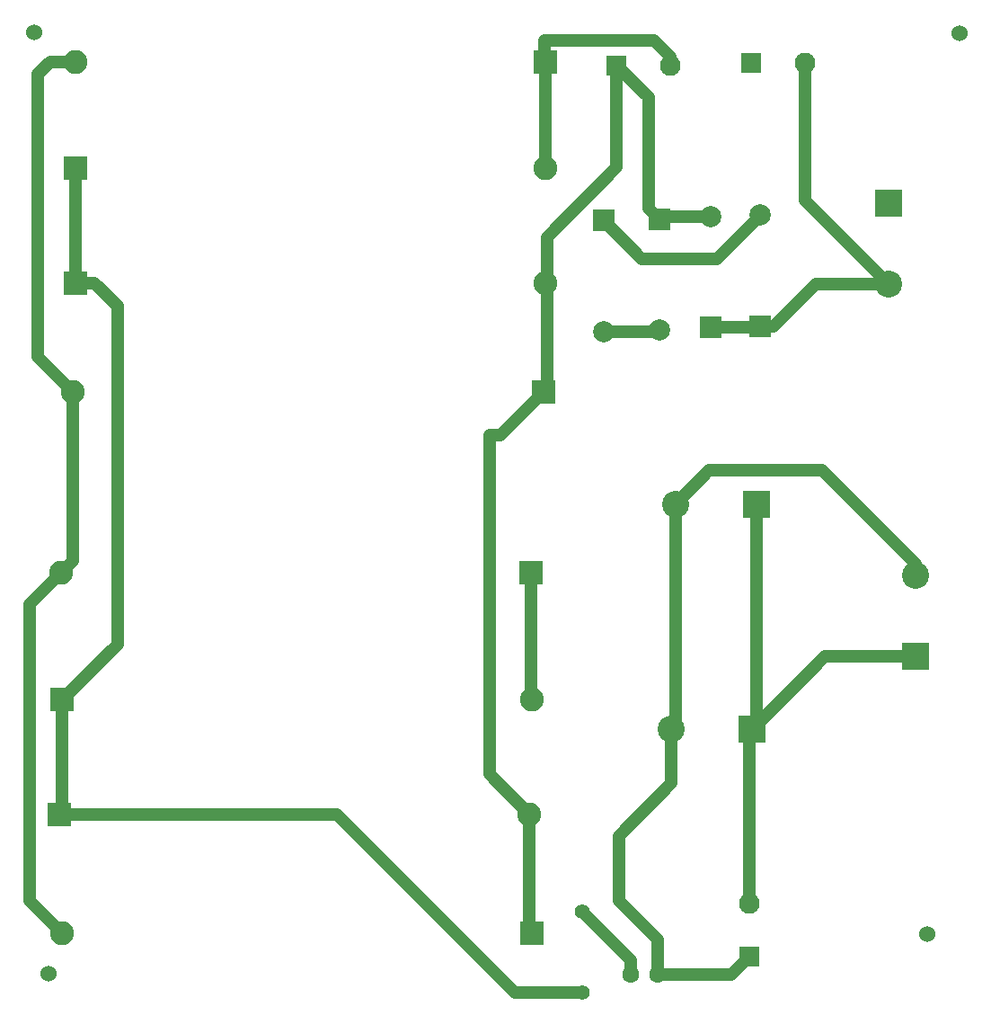
<source format=gbl>
G04 Layer_Physical_Order=2*
G04 Layer_Color=16711680*
%FSLAX25Y25*%
%MOIN*%
G70*
G01*
G75*
%ADD10C,0.04500*%
%ADD11C,0.06000*%
%ADD12C,0.07874*%
%ADD13R,0.08858X0.08858*%
%ADD14C,0.08858*%
%ADD15C,0.07677*%
%ADD16R,0.07677X0.07677*%
%ADD17C,0.06299*%
%ADD18C,0.05512*%
%ADD19C,0.10000*%
%ADD20R,0.10000X0.10000*%
%ADD21R,0.07874X0.07874*%
%ADD22R,0.10000X0.10000*%
%ADD23R,0.07677X0.07677*%
D10*
X201000Y232500D02*
Y288500D01*
X200000Y361500D02*
X240500D01*
X9000Y152409D02*
X20591Y164000D01*
X9000Y42500D02*
Y152409D01*
Y42500D02*
X21000Y30500D01*
X12000Y244091D02*
Y349000D01*
X21000Y75500D02*
Y117000D01*
X20000Y74500D02*
X21000Y75500D01*
X195000Y117409D02*
X195409Y117000D01*
X195000Y117409D02*
Y164000D01*
X194409Y31500D02*
Y74500D01*
Y31500D02*
X195409Y30500D01*
X243500Y296091D02*
X261500D01*
X242500Y295091D02*
X243500Y296091D01*
X261500Y254909D02*
X279500D01*
X280000Y255410D01*
X222000Y253410D02*
X242000D01*
X242500Y253909D01*
X222000Y294590D02*
X236090Y280500D01*
X264000D01*
X280000Y296500D01*
Y296590D01*
X240500Y361500D02*
X246500Y355500D01*
Y352000D02*
Y355500D01*
X226815Y352000D02*
X238500Y340315D01*
Y299091D02*
Y340315D01*
Y299091D02*
X242500Y295091D01*
X276815Y351685D02*
Y353000D01*
X201000Y288500D02*
X226815Y314315D01*
Y352000D01*
X41500Y137500D02*
Y263090D01*
X21000Y117000D02*
X41500Y137500D01*
X214000Y38500D02*
X232000Y20500D01*
Y15000D02*
Y20500D01*
X242000Y15000D02*
X269342D01*
X276000Y21657D01*
X179500Y89410D02*
Y215000D01*
Y89410D02*
X194409Y74500D01*
X242000Y14535D02*
Y15000D01*
X227500Y42500D02*
X242000Y28000D01*
Y15000D02*
Y28000D01*
X183500Y215000D02*
X199500Y231000D01*
X179500Y215000D02*
X183500D01*
X199500Y231000D02*
X201000Y232500D01*
X12000Y244091D02*
X25091Y231000D01*
Y168500D02*
Y231000D01*
X20591Y164000D02*
X25091Y168500D01*
X248500Y107500D02*
Y189500D01*
X247000Y106000D02*
X248500Y107500D01*
X247000Y86000D02*
Y106000D01*
X227500Y66500D02*
X247000Y86000D01*
X227500Y42500D02*
Y66500D01*
X278500Y107500D02*
Y189500D01*
X248500D02*
X261000Y202000D01*
X303000D01*
X277000Y106000D02*
X278500Y107500D01*
X276000Y41342D02*
Y105000D01*
X277000Y106000D01*
X20000Y74500D02*
X123000D01*
X189000Y8500D02*
X214000D01*
X26000Y271500D02*
X33091D01*
X41500Y263090D01*
X16500Y353500D02*
X26000D01*
X12000Y349000D02*
X16500Y353500D01*
X200000Y353909D02*
Y361500D01*
Y353909D02*
X200409Y353500D01*
Y314000D02*
Y353500D01*
X26000Y271500D02*
Y314000D01*
X337500Y163000D02*
Y167500D01*
X303000Y202000D02*
X337500Y167500D01*
X304000Y133000D02*
X337500D01*
X278500Y107500D02*
X304000Y133000D01*
X280000Y255410D02*
X284910D01*
X300500Y271000D01*
X327500D01*
X296500Y302000D02*
X327500Y271000D01*
X296500Y302000D02*
Y353000D01*
X123000Y74500D02*
X189000Y8500D01*
D11*
X200409Y353500D02*
D03*
Y314000D02*
D03*
Y271500D02*
D03*
X199500Y231000D02*
D03*
X195000Y164000D02*
D03*
X195409Y117000D02*
D03*
X194409Y74500D02*
D03*
X195409Y30500D02*
D03*
X21000D02*
D03*
X20000Y74500D02*
D03*
X21000Y117000D02*
D03*
X20591Y164000D02*
D03*
X25091Y231000D02*
D03*
X26000Y271500D02*
D03*
X10500Y364500D02*
D03*
X16000Y15500D02*
D03*
X342000Y30000D02*
D03*
X354000Y364000D02*
D03*
D12*
X26000Y314000D02*
D03*
Y353500D02*
D03*
X242500Y253909D02*
D03*
X261500Y296091D02*
D03*
X222000Y253410D02*
D03*
X280000Y296590D02*
D03*
D13*
X20000Y74500D02*
D03*
X195000Y164000D02*
D03*
X21000Y117000D02*
D03*
X199500Y231000D02*
D03*
X26000Y271500D02*
D03*
Y314000D02*
D03*
X200409Y353500D02*
D03*
X195409Y30500D02*
D03*
D14*
X194409Y74500D02*
D03*
X20591Y164000D02*
D03*
X195409Y117000D02*
D03*
X25091Y231000D02*
D03*
X200409Y271500D02*
D03*
Y314000D02*
D03*
X26000Y353500D02*
D03*
X21000Y30500D02*
D03*
D15*
X276000Y41342D02*
D03*
X246500Y352000D02*
D03*
X296500Y353000D02*
D03*
D16*
X276000Y21657D02*
D03*
D17*
X242000Y15000D02*
D03*
X232000D02*
D03*
D18*
X214000Y8500D02*
D03*
Y38500D02*
D03*
D19*
X247000Y106000D02*
D03*
X327500Y271000D02*
D03*
X337500Y163000D02*
D03*
X248500Y189500D02*
D03*
D20*
X277000Y106000D02*
D03*
X278500Y189500D02*
D03*
D21*
X242500Y295091D02*
D03*
X261500Y254909D02*
D03*
X222000Y294590D02*
D03*
X280000Y255410D02*
D03*
D22*
X327500Y301000D02*
D03*
X337500Y133000D02*
D03*
D23*
X226815Y352000D02*
D03*
X276815Y353000D02*
D03*
M02*

</source>
